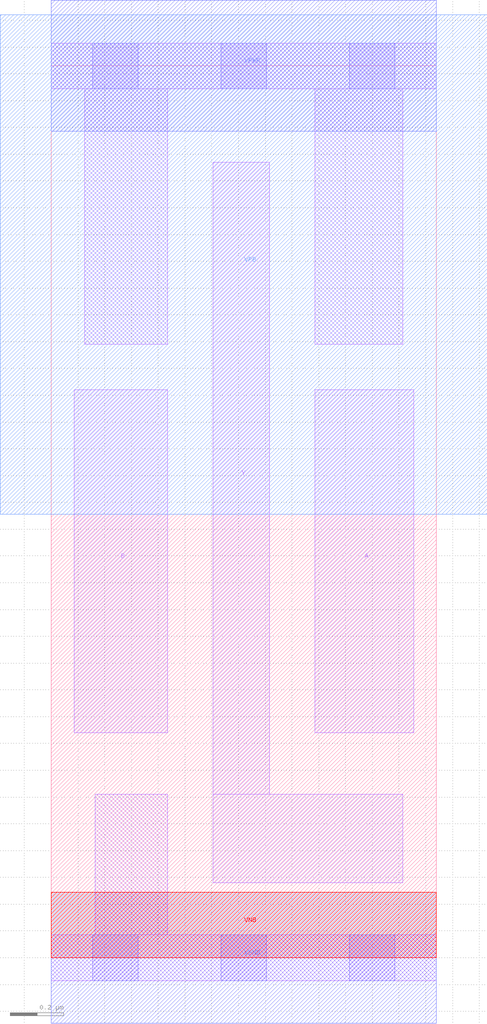
<source format=lef>
# Copyright 2020 The SkyWater PDK Authors
#
# Licensed under the Apache License, Version 2.0 (the "License");
# you may not use this file except in compliance with the License.
# You may obtain a copy of the License at
#
#     https://www.apache.org/licenses/LICENSE-2.0
#
# Unless required by applicable law or agreed to in writing, software
# distributed under the License is distributed on an "AS IS" BASIS,
# WITHOUT WARRANTIES OR CONDITIONS OF ANY KIND, either express or implied.
# See the License for the specific language governing permissions and
# limitations under the License.
#
# SPDX-License-Identifier: Apache-2.0

VERSION 5.7 ;
  NOWIREEXTENSIONATPIN ON ;
  DIVIDERCHAR "/" ;
  BUSBITCHARS "[]" ;
MACRO sky130_fd_sc_lp__nand2_0
  CLASS CORE ;
  FOREIGN sky130_fd_sc_lp__nand2_0 ;
  ORIGIN  0.000000  0.000000 ;
  SIZE  1.440000 BY  3.330000 ;
  SYMMETRY X Y R90 ;
  SITE unit ;
  PIN A
    ANTENNAGATEAREA  0.159000 ;
    DIRECTION INPUT ;
    USE SIGNAL ;
    PORT
      LAYER li1 ;
        RECT 0.985000 0.840000 1.355000 2.120000 ;
    END
  END A
  PIN B
    ANTENNAGATEAREA  0.159000 ;
    DIRECTION INPUT ;
    USE SIGNAL ;
    PORT
      LAYER li1 ;
        RECT 0.085000 0.840000 0.435000 2.120000 ;
    END
  END B
  PIN Y
    ANTENNADIFFAREA  0.290500 ;
    DIRECTION OUTPUT ;
    USE SIGNAL ;
    PORT
      LAYER li1 ;
        RECT 0.605000 0.280000 1.315000 0.610000 ;
        RECT 0.605000 0.610000 0.815000 2.970000 ;
    END
  END Y
  PIN VGND
    DIRECTION INOUT ;
    USE GROUND ;
    PORT
      LAYER met1 ;
        RECT 0.000000 -0.245000 1.440000 0.245000 ;
    END
  END VGND
  PIN VNB
    DIRECTION INOUT ;
    USE GROUND ;
    PORT
      LAYER pwell ;
        RECT 0.000000 0.000000 1.440000 0.245000 ;
    END
  END VNB
  PIN VPB
    DIRECTION INOUT ;
    USE POWER ;
    PORT
      LAYER nwell ;
        RECT -0.190000 1.655000 1.630000 3.520000 ;
    END
  END VPB
  PIN VPWR
    DIRECTION INOUT ;
    USE POWER ;
    PORT
      LAYER met1 ;
        RECT 0.000000 3.085000 1.440000 3.575000 ;
    END
  END VPWR
  OBS
    LAYER li1 ;
      RECT 0.000000 -0.085000 1.440000 0.085000 ;
      RECT 0.000000  3.245000 1.440000 3.415000 ;
      RECT 0.125000  2.290000 0.435000 3.245000 ;
      RECT 0.165000  0.085000 0.435000 0.610000 ;
      RECT 0.985000  2.290000 1.315000 3.245000 ;
    LAYER mcon ;
      RECT 0.155000 -0.085000 0.325000 0.085000 ;
      RECT 0.155000  3.245000 0.325000 3.415000 ;
      RECT 0.635000 -0.085000 0.805000 0.085000 ;
      RECT 0.635000  3.245000 0.805000 3.415000 ;
      RECT 1.115000 -0.085000 1.285000 0.085000 ;
      RECT 1.115000  3.245000 1.285000 3.415000 ;
  END
END sky130_fd_sc_lp__nand2_0
END LIBRARY

</source>
